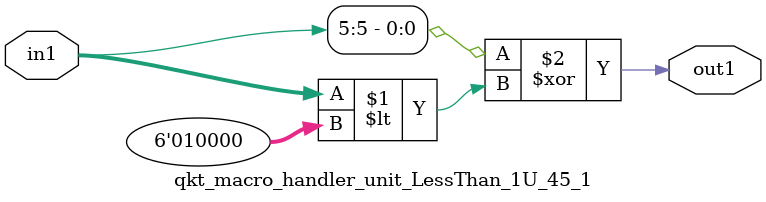
<source format=v>

`timescale 1ps / 1ps


module qkt_macro_handler_unit_LessThan_1U_45_1( in1, out1 );

    input [5:0] in1;
    output out1;

    
    // rtl_process:qkt_macro_handler_unit_LessThan_1U_45_1/qkt_macro_handler_unit_LessThan_1U_45_1_thread_1
    assign out1 = (in1[5] ^ in1 < 6'd16);

endmodule



</source>
